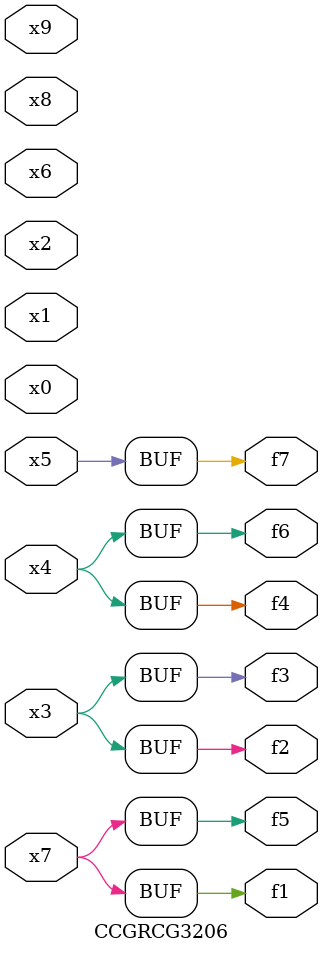
<source format=v>
module CCGRCG3206(
	input x0, x1, x2, x3, x4, x5, x6, x7, x8, x9,
	output f1, f2, f3, f4, f5, f6, f7
);
	assign f1 = x7;
	assign f2 = x3;
	assign f3 = x3;
	assign f4 = x4;
	assign f5 = x7;
	assign f6 = x4;
	assign f7 = x5;
endmodule

</source>
